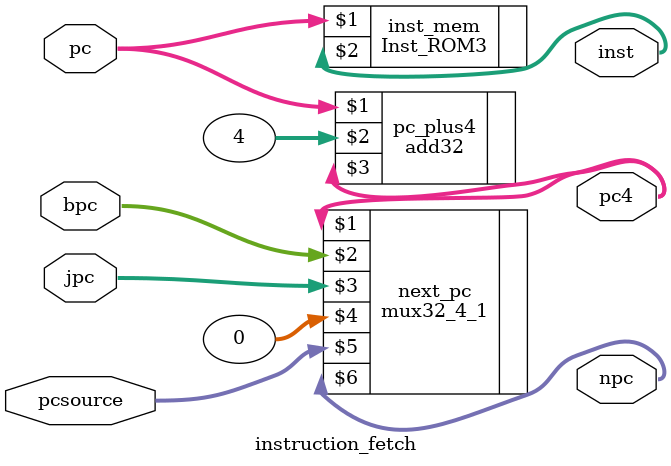
<source format=v>
`timescale 1ns / 1ps
module instruction_fetch(pcsource,pc,bpc,jpc,pc4,npc,inst
	);
	input [1:0] pcsource;
	input [31:0] pc, bpc, jpc;		//pc-ÊäÈëÖ¸ÁîµØÖ·£»bpc-Ìõ¼þÌø×ªÖ¸ÁîµØÖ·£»jpc-ÎÞÌõ¼þÌø×ªÖ¸ÁîµØÖ·£»
	
	output [31:0] pc4, npc, inst;		//pc4-pc+4ÓÃÓÚÊä³öÖÁID¼¶¼ÆËãÌø×ªµØÖ·£»npc-¾­¹ýÑ¡ÔñµÄÏÂÒ»ÌõÖ¸ÁîµØÖ·£»inst-¸ù¾ÝpcÈ¡³öµÄÖ¸Áî
	
	add32 pc_plus4(pc,32'h4,pc4);		//32Î»¼Ó·¨Æ÷£¬ÓÃÀ´¼ÆËãPC+4
	mux32_4_1 next_pc(pc4,bpc,jpc,32'h0,pcsource,npc);		//¸ù¾ÝpcsourceÐÅºÅÑ¡ÔñÏÂÒ»ÌõÖ¸ÁîµÄµØÖ·
	Inst_ROM3 inst_mem(pc,inst);		//Ö¸Áî´æ´¢Æ÷
	
endmodule

</source>
